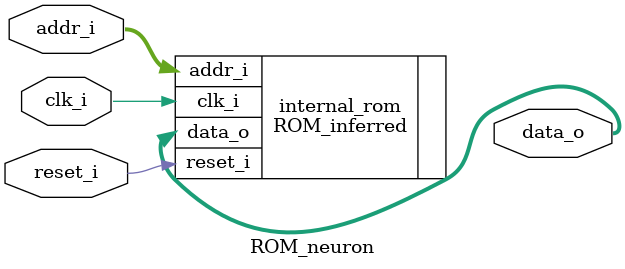
<source format=sv>
`timescale 1ns / 1ps
`ifndef SYNOPSIS
`define VIVADO
`endif

/**
Alex Knowlton
Single-port synchronous ROM

In Vivado, give name of init file, not relative path. Vivado will handle the relative pathing

parameters:
    depth: number of bits in address
    width: number of bits in output data
    neuron_type: 1 or 0, 1 for fully-connected, 0 for convolutional
    layer_number: layer identifier
    neuron number: neuron identifier

Added 5/14: compiler-dependent write data and write enable. TODO: implement using OpenRAM macro
*/

module ROM_neuron #(parameter depth=3, width=8, neuron_type=0, layer_number=1, neuron_number=0) (
    input   logic reset_i,
    input  logic clk_i,
    input  logic [depth-1:0] addr_i,
   `ifndef VIVADO
   input logic [width-1:0] data_i,
   input logic wen_i,
   `endif

    output logic [width-1:0] data_o
    );

    localparam ascii_offset = 48;
	localparam logic [7:0] neuron_type_p = neuron_type + ascii_offset;
    localparam logic [7:0] layer_number_p = layer_number + ascii_offset;
    localparam logic [7:0] neuron_number_ones_p = (neuron_number % 10) + ascii_offset;
    localparam logic [7:0] neuron_number_tens_p = ((neuron_number / 10) % 10) + ascii_offset;
    localparam logic [7:0] neuron_number_hundreds_p = ((neuron_number / 100) % 10) + ascii_offset;
    

    // odd logic, but it synthesizes to {"n_n_nnn.mem" where "n" is a parameter as defined above}
    localparam logic [87:0] init_file = {neuron_type_p, 8'h5f, layer_number_p, 8'h5f, neuron_number_hundreds_p, neuron_number_tens_p, neuron_number_ones_p, 32'h2e6d656d};

	ROM_inferred #(
        .ADDR_WIDTH(depth),
        .WORD_SIZE(width),
        .MEM_INIT(init_file),
        .LAYER_NUMBER(layer_number)
    ) internal_rom (
        .addr_i,
        .data_o,
        .clk_i,
        .reset_i
    );
    
endmodule
</source>
